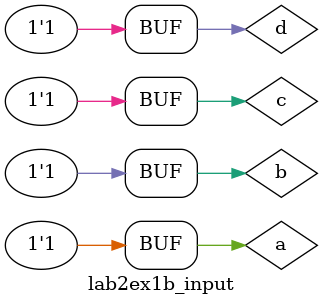
<source format=v>
`timescale 1ns/1ns
`include "lab2ex1b.v"

module lab2ex1b_input();
reg a,b,c,d;
wire f1,f2;
lab2ex1b uut(a,b,c,d,f1,f2);
initial begin

	$dumpfile("lab2ex1b_input.vcd");
	$dumpvars(0, lab2ex1b_input);
	a=0;b=0;c=0;d=0;
	#20;
	a=0;b=0;c=0;d=1;
	#20;
	a=0;b=0;c=1;d=0;
	#20;
	a=0;b=0;c=1;d=1;
	#20;
	a=0;b=1;c=0;d=0;
	#20;
	a=0;b=1;c=0;d=1;
	#20;
	a=0;b=1;c=1;d=0;
	#20;
	a=0;b=1;c=1;d=1;
	#20;
	a=1;b=0;c=0;d=0;
	#20;
	a=1;b=0;c=0;d=1;
	#20;
	a=1;b=0;c=1;d=0;
	#20;
	a=1;b=0;c=1;d=1;
	#20;
	a=1;b=1;c=0;d=0;
	#20;
	a=1;b=1;c=0;d=1;
	#20;
	a=1;b=1;c=1;d=0;
	#20;
	a=1;b=1;c=1;d=1;
	#20;
	$display("Test Complete");
end
endmodule
</source>
